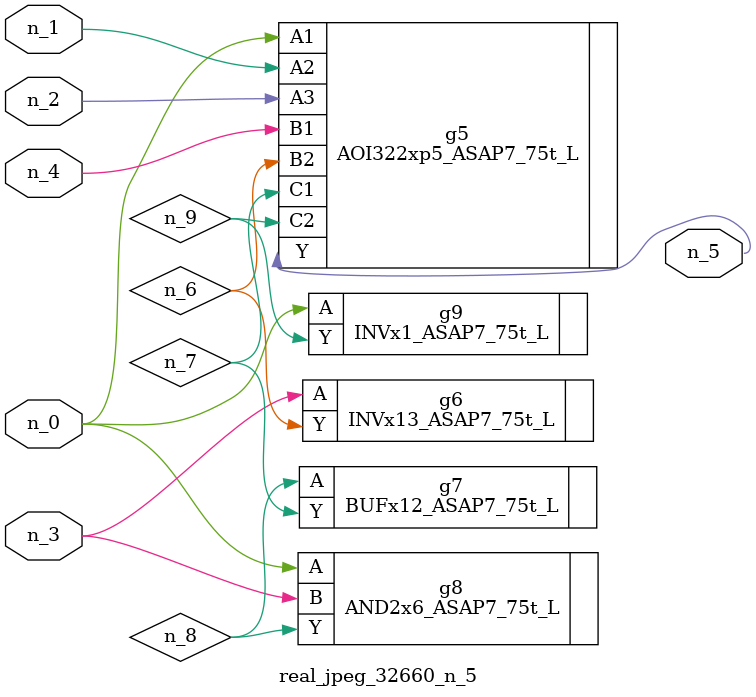
<source format=v>
module real_jpeg_32660_n_5 (n_4, n_0, n_1, n_2, n_3, n_5);

input n_4;
input n_0;
input n_1;
input n_2;
input n_3;

output n_5;

wire n_8;
wire n_6;
wire n_7;
wire n_9;

AOI322xp5_ASAP7_75t_L g5 ( 
.A1(n_0),
.A2(n_1),
.A3(n_2),
.B1(n_4),
.B2(n_6),
.C1(n_7),
.C2(n_9),
.Y(n_5)
);

AND2x6_ASAP7_75t_L g8 ( 
.A(n_0),
.B(n_3),
.Y(n_8)
);

INVx1_ASAP7_75t_L g9 ( 
.A(n_0),
.Y(n_9)
);

INVx13_ASAP7_75t_L g6 ( 
.A(n_3),
.Y(n_6)
);

BUFx12_ASAP7_75t_L g7 ( 
.A(n_8),
.Y(n_7)
);


endmodule
</source>
